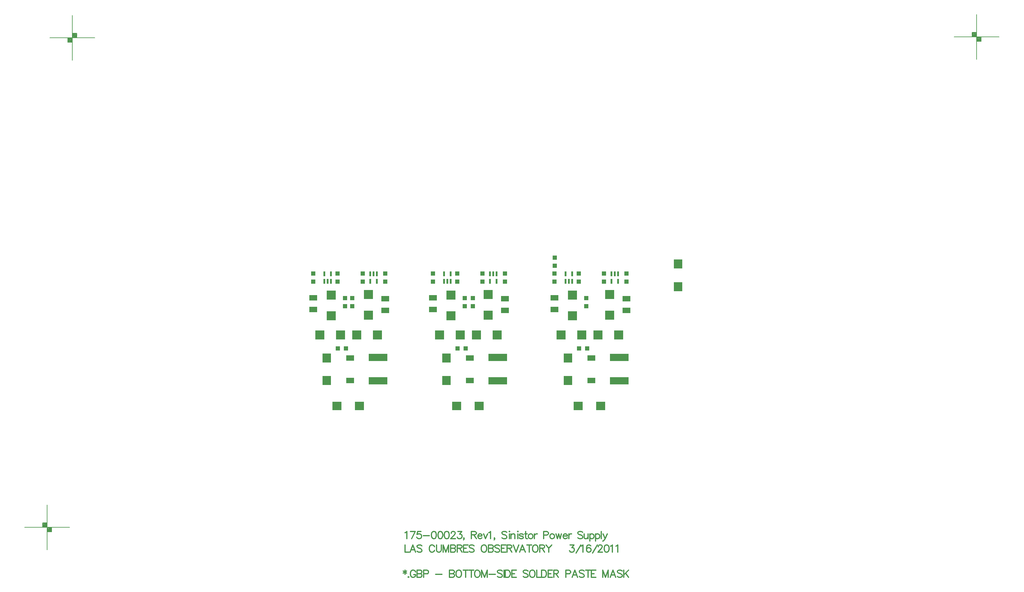
<source format=gbp>
%FSLAX23Y23*%
%MOIN*%
G70*
G01*
G75*
G04 Layer_Color=128*
%ADD10R,0.051X0.059*%
%ADD11R,0.102X0.094*%
%ADD12R,0.070X0.135*%
%ADD13R,0.050X0.050*%
%ADD14R,0.079X0.209*%
%ADD15R,0.050X0.050*%
%ADD16R,0.022X0.057*%
%ADD17R,0.022X0.057*%
%ADD18R,0.059X0.051*%
%ADD19R,0.200X0.040*%
%ADD20R,0.200X0.150*%
%ADD21R,0.057X0.022*%
%ADD22R,0.057X0.022*%
%ADD23R,0.036X0.036*%
%ADD24O,0.014X0.067*%
%ADD25O,0.024X0.079*%
%ADD26R,0.059X0.039*%
%ADD27R,0.057X0.012*%
%ADD28R,0.025X0.185*%
%ADD29R,0.025X0.100*%
%ADD30C,0.010*%
%ADD31C,0.050*%
%ADD32C,0.007*%
%ADD33C,0.100*%
%ADD34C,0.012*%
%ADD35C,0.008*%
%ADD36C,0.012*%
%ADD37C,0.012*%
%ADD38C,0.115*%
%ADD39C,0.080*%
%ADD40R,0.120X0.120*%
%ADD41C,0.120*%
%ADD42R,0.059X0.059*%
%ADD43C,0.059*%
%ADD44C,0.050*%
%ADD45R,0.063X0.063*%
%ADD46C,0.063*%
%ADD47C,0.098*%
%ADD48C,0.065*%
%ADD49C,0.220*%
%ADD50C,0.039*%
%ADD51C,0.024*%
%ADD52C,0.030*%
%ADD53C,0.040*%
%ADD54C,0.093*%
G04:AMPARAMS|DCode=55|XSize=98mil|YSize=98mil|CornerRadius=0mil|HoleSize=0mil|Usage=FLASHONLY|Rotation=0.000|XOffset=0mil|YOffset=0mil|HoleType=Round|Shape=Relief|Width=10mil|Gap=10mil|Entries=4|*
%AMTHD55*
7,0,0,0.098,0.078,0.010,45*
%
%ADD55THD55*%
%ADD56C,0.098*%
%ADD57C,0.055*%
G04:AMPARAMS|DCode=58|XSize=95.433mil|YSize=95.433mil|CornerRadius=0mil|HoleSize=0mil|Usage=FLASHONLY|Rotation=0.000|XOffset=0mil|YOffset=0mil|HoleType=Round|Shape=Relief|Width=10mil|Gap=10mil|Entries=4|*
%AMTHD58*
7,0,0,0.095,0.075,0.010,45*
%
%ADD58THD58*%
%ADD59C,0.130*%
%ADD60C,0.059*%
%ADD61C,0.079*%
%ADD62C,0.072*%
%ADD63C,0.060*%
%ADD64C,0.170*%
%ADD65C,0.048*%
G04:AMPARAMS|DCode=66|XSize=87.559mil|YSize=87.559mil|CornerRadius=0mil|HoleSize=0mil|Usage=FLASHONLY|Rotation=0.000|XOffset=0mil|YOffset=0mil|HoleType=Round|Shape=Relief|Width=10mil|Gap=10mil|Entries=4|*
%AMTHD66*
7,0,0,0.088,0.068,0.010,45*
%
%ADD66THD66*%
%ADD67C,0.186*%
%ADD68C,0.060*%
%ADD69C,0.048*%
G04:AMPARAMS|DCode=70|XSize=70mil|YSize=70mil|CornerRadius=0mil|HoleSize=0mil|Usage=FLASHONLY|Rotation=0.000|XOffset=0mil|YOffset=0mil|HoleType=Round|Shape=Relief|Width=10mil|Gap=10mil|Entries=4|*
%AMTHD70*
7,0,0,0.070,0.050,0.010,45*
%
%ADD70THD70*%
G04:AMPARAMS|DCode=71|XSize=88mil|YSize=88mil|CornerRadius=0mil|HoleSize=0mil|Usage=FLASHONLY|Rotation=0.000|XOffset=0mil|YOffset=0mil|HoleType=Round|Shape=Relief|Width=10mil|Gap=10mil|Entries=4|*
%AMTHD71*
7,0,0,0.088,0.068,0.010,45*
%
%ADD71THD71*%
G04:AMPARAMS|DCode=72|XSize=75mil|YSize=75mil|CornerRadius=0mil|HoleSize=0mil|Usage=FLASHONLY|Rotation=0.000|XOffset=0mil|YOffset=0mil|HoleType=Round|Shape=Relief|Width=10mil|Gap=10mil|Entries=4|*
%AMTHD72*
7,0,0,0.075,0.055,0.010,45*
%
%ADD72THD72*%
%ADD73C,0.035*%
%ADD74C,0.005*%
%ADD75C,0.058*%
G04:AMPARAMS|DCode=76|XSize=138mil|YSize=138mil|CornerRadius=0mil|HoleSize=0mil|Usage=FLASHONLY|Rotation=0.000|XOffset=0mil|YOffset=0mil|HoleType=Round|Shape=Relief|Width=10mil|Gap=10mil|Entries=4|*
%AMTHD76*
7,0,0,0.138,0.118,0.010,45*
%
%ADD76THD76*%
G04:AMPARAMS|DCode=77|XSize=119.055mil|YSize=119.055mil|CornerRadius=0mil|HoleSize=0mil|Usage=FLASHONLY|Rotation=0.000|XOffset=0mil|YOffset=0mil|HoleType=Round|Shape=Relief|Width=10mil|Gap=10mil|Entries=4|*
%AMTHD77*
7,0,0,0.119,0.099,0.010,45*
%
%ADD77THD77*%
G04:AMPARAMS|DCode=78|XSize=112mil|YSize=112mil|CornerRadius=0mil|HoleSize=0mil|Usage=FLASHONLY|Rotation=0.000|XOffset=0mil|YOffset=0mil|HoleType=Round|Shape=Relief|Width=10mil|Gap=10mil|Entries=4|*
%AMTHD78*
7,0,0,0.112,0.092,0.010,45*
%
%ADD78THD78*%
G04:AMPARAMS|DCode=79|XSize=100mil|YSize=100mil|CornerRadius=0mil|HoleSize=0mil|Usage=FLASHONLY|Rotation=0.000|XOffset=0mil|YOffset=0mil|HoleType=Round|Shape=Relief|Width=10mil|Gap=10mil|Entries=4|*
%AMTHD79*
7,0,0,0.100,0.080,0.010,45*
%
%ADD79THD79*%
%ADD80R,0.094X0.102*%
%ADD81R,0.087X0.059*%
%ADD82R,0.209X0.079*%
%ADD83R,0.100X0.100*%
%ADD84R,0.086X0.060*%
%ADD85R,0.100X0.100*%
%ADD86C,0.010*%
%ADD87C,0.020*%
%ADD88C,0.004*%
%ADD89C,0.010*%
%ADD90C,0.024*%
%ADD91C,0.020*%
%ADD92C,0.008*%
%ADD93C,0.006*%
%ADD94C,0.007*%
%ADD95C,0.015*%
%ADD96R,0.286X0.155*%
%ADD97R,0.082X0.020*%
%ADD98R,0.055X0.063*%
%ADD99R,0.106X0.098*%
%ADD100R,0.074X0.139*%
%ADD101R,0.054X0.054*%
%ADD102R,0.083X0.213*%
%ADD103R,0.054X0.054*%
%ADD104R,0.026X0.061*%
%ADD105R,0.026X0.061*%
%ADD106R,0.063X0.055*%
%ADD107R,0.204X0.044*%
%ADD108R,0.204X0.154*%
%ADD109R,0.061X0.026*%
%ADD110R,0.061X0.026*%
%ADD111R,0.040X0.040*%
%ADD112O,0.018X0.071*%
%ADD113O,0.028X0.083*%
%ADD114R,0.063X0.043*%
%ADD115R,0.061X0.016*%
%ADD116R,0.029X0.189*%
%ADD117R,0.029X0.104*%
%ADD118C,0.119*%
%ADD119C,0.084*%
%ADD120R,0.124X0.124*%
%ADD121C,0.124*%
%ADD122R,0.063X0.063*%
%ADD123C,0.063*%
%ADD124C,0.054*%
%ADD125R,0.067X0.067*%
%ADD126C,0.067*%
%ADD127C,0.102*%
%ADD128C,0.069*%
%ADD129C,0.224*%
%ADD130C,0.043*%
%ADD131C,0.028*%
%ADD132C,0.034*%
%ADD133R,2.294X0.413*%
%ADD134R,0.098X0.106*%
%ADD135R,0.091X0.063*%
%ADD136R,0.213X0.083*%
%ADD137R,0.104X0.104*%
%ADD138R,0.090X0.064*%
%ADD139R,0.104X0.104*%
D11*
X19200Y16325D02*
D03*
X19452D02*
D03*
X20530D02*
D03*
X20782D02*
D03*
X21880D02*
D03*
X22132D02*
D03*
D13*
X19211Y16965D02*
D03*
X19301D02*
D03*
X20541D02*
D03*
X20631D02*
D03*
X21891D02*
D03*
X21981D02*
D03*
D15*
X19291Y17435D02*
D03*
Y17525D02*
D03*
X19736Y17800D02*
D03*
Y17710D02*
D03*
X18936D02*
D03*
Y17800D02*
D03*
X19206Y17710D02*
D03*
Y17800D02*
D03*
X19486D02*
D03*
Y17710D02*
D03*
X19371Y17525D02*
D03*
Y17435D02*
D03*
X20266Y17710D02*
D03*
Y17800D02*
D03*
X21066D02*
D03*
Y17710D02*
D03*
X20536D02*
D03*
Y17800D02*
D03*
X20621Y17435D02*
D03*
Y17525D02*
D03*
X20816Y17800D02*
D03*
Y17710D02*
D03*
X21616D02*
D03*
Y17800D02*
D03*
X22416D02*
D03*
Y17710D02*
D03*
X21886D02*
D03*
Y17800D02*
D03*
X21971Y17435D02*
D03*
Y17525D02*
D03*
X22166Y17800D02*
D03*
Y17710D02*
D03*
X20711Y17525D02*
D03*
Y17435D02*
D03*
X21621Y17975D02*
D03*
Y17885D02*
D03*
D16*
X19134Y17713D02*
D03*
X19569Y17797D02*
D03*
X20464Y17713D02*
D03*
X20899Y17797D02*
D03*
X21814Y17713D02*
D03*
X22249Y17797D02*
D03*
D17*
X19096Y17713D02*
D03*
X19059D02*
D03*
Y17797D02*
D03*
X19134D02*
D03*
X19606D02*
D03*
X19644D02*
D03*
Y17713D02*
D03*
X19569D02*
D03*
X20426D02*
D03*
X20389D02*
D03*
Y17797D02*
D03*
X20464D02*
D03*
X20936D02*
D03*
X20974D02*
D03*
Y17713D02*
D03*
X20899D02*
D03*
X21776D02*
D03*
X21739D02*
D03*
Y17797D02*
D03*
X21814D02*
D03*
X22286D02*
D03*
X22324D02*
D03*
Y17713D02*
D03*
X22249D02*
D03*
D35*
X15952Y15000D02*
X15962D01*
X15952Y14995D02*
Y15005D01*
Y14995D02*
X15962D01*
Y15005D01*
X15952D02*
X15962D01*
X15947Y14990D02*
Y15005D01*
Y14990D02*
X15967D01*
Y15010D01*
X15947D02*
X15967D01*
X15942Y14985D02*
Y15010D01*
Y14985D02*
X15972D01*
Y15015D01*
X15942D02*
X15972D01*
X15937Y14980D02*
Y15020D01*
Y14980D02*
X15977D01*
Y15020D01*
X15937D02*
X15977D01*
X16002Y14950D02*
X16012D01*
X16002Y14945D02*
Y14955D01*
Y14945D02*
X16012D01*
Y14955D01*
X16002D02*
X16012D01*
X15997Y14940D02*
Y14955D01*
Y14940D02*
X16017D01*
Y14960D01*
X15997D02*
X16017D01*
X15992Y14935D02*
Y14960D01*
Y14935D02*
X16022D01*
Y14965D01*
X15992D02*
X16022D01*
X15987Y14930D02*
Y14970D01*
Y14930D02*
X16027D01*
Y14970D01*
X15987D02*
X16027D01*
X15982Y14925D02*
X16032D01*
Y14975D01*
X15932Y15025D02*
X15982D01*
X15932Y14975D02*
Y15025D01*
X15982Y14725D02*
Y15225D01*
X15732Y14975D02*
X16232D01*
X16237Y20394D02*
Y20404D01*
X16232Y20394D02*
X16242D01*
Y20404D01*
X16232D02*
X16242D01*
X16232Y20394D02*
Y20404D01*
Y20389D02*
X16247D01*
Y20409D01*
X16227D02*
X16247D01*
X16227Y20389D02*
Y20409D01*
Y20384D02*
X16252D01*
Y20414D01*
X16222D02*
X16252D01*
X16222Y20384D02*
Y20414D01*
X16217Y20379D02*
X16257D01*
Y20419D01*
X16217D02*
X16257D01*
X16217Y20379D02*
Y20419D01*
X16287Y20444D02*
Y20454D01*
X16282Y20444D02*
X16292D01*
Y20454D01*
X16282D02*
X16292D01*
X16282Y20444D02*
Y20454D01*
Y20439D02*
X16297D01*
Y20459D01*
X16277D02*
X16297D01*
X16277Y20439D02*
Y20459D01*
Y20434D02*
X16302D01*
Y20464D01*
X16272D02*
X16302D01*
X16272Y20434D02*
Y20464D01*
X16267Y20429D02*
X16307D01*
Y20469D01*
X16267D02*
X16307D01*
X16267Y20429D02*
Y20469D01*
X16312Y20424D02*
Y20474D01*
X16262D02*
X16312D01*
X16212Y20374D02*
Y20424D01*
Y20374D02*
X16262D01*
X16012Y20424D02*
X16512D01*
X16262Y20174D02*
Y20674D01*
X26278Y20459D02*
X26288D01*
X26278Y20454D02*
Y20464D01*
Y20454D02*
X26288D01*
Y20464D01*
X26278D02*
X26288D01*
X26273Y20449D02*
Y20464D01*
Y20449D02*
X26293D01*
Y20469D01*
X26273D02*
X26293D01*
X26268Y20444D02*
Y20469D01*
Y20444D02*
X26298D01*
Y20474D01*
X26268D02*
X26298D01*
X26263Y20439D02*
Y20479D01*
Y20439D02*
X26303D01*
Y20479D01*
X26263D02*
X26303D01*
X26328Y20409D02*
X26338D01*
X26328Y20404D02*
Y20414D01*
Y20404D02*
X26338D01*
Y20414D01*
X26328D02*
X26338D01*
X26323Y20399D02*
Y20414D01*
Y20399D02*
X26343D01*
Y20419D01*
X26323D02*
X26343D01*
X26318Y20394D02*
Y20419D01*
Y20394D02*
X26348D01*
Y20424D01*
X26318D02*
X26348D01*
X26313Y20389D02*
Y20429D01*
Y20389D02*
X26353D01*
Y20429D01*
X26313D02*
X26353D01*
X26308Y20384D02*
X26358D01*
Y20434D01*
X26258Y20484D02*
X26308D01*
X26258Y20434D02*
Y20484D01*
X26308Y20184D02*
Y20684D01*
X26058Y20434D02*
X26558D01*
D36*
X19956Y14499D02*
Y14454D01*
X19937Y14488D02*
X19975Y14465D01*
Y14488D02*
X19937Y14465D01*
X19995Y14427D02*
X19991Y14423D01*
X19995Y14419D01*
X19999Y14423D01*
X19995Y14427D01*
X20074Y14480D02*
X20070Y14488D01*
X20062Y14496D01*
X20055Y14499D01*
X20039D01*
X20032Y14496D01*
X20024Y14488D01*
X20020Y14480D01*
X20017Y14469D01*
Y14450D01*
X20020Y14439D01*
X20024Y14431D01*
X20032Y14423D01*
X20039Y14419D01*
X20055D01*
X20062Y14423D01*
X20070Y14431D01*
X20074Y14439D01*
Y14450D01*
X20055D02*
X20074D01*
X20092Y14499D02*
Y14419D01*
Y14499D02*
X20126D01*
X20138Y14496D01*
X20142Y14492D01*
X20145Y14484D01*
Y14477D01*
X20142Y14469D01*
X20138Y14465D01*
X20126Y14461D01*
X20092D02*
X20126D01*
X20138Y14458D01*
X20142Y14454D01*
X20145Y14446D01*
Y14435D01*
X20142Y14427D01*
X20138Y14423D01*
X20126Y14419D01*
X20092D01*
X20163Y14458D02*
X20198D01*
X20209Y14461D01*
X20213Y14465D01*
X20217Y14473D01*
Y14484D01*
X20213Y14492D01*
X20209Y14496D01*
X20198Y14499D01*
X20163D01*
Y14419D01*
X20297Y14454D02*
X20366D01*
X20452Y14499D02*
Y14419D01*
Y14499D02*
X20487D01*
X20498Y14496D01*
X20502Y14492D01*
X20506Y14484D01*
Y14477D01*
X20502Y14469D01*
X20498Y14465D01*
X20487Y14461D01*
X20452D02*
X20487D01*
X20498Y14458D01*
X20502Y14454D01*
X20506Y14446D01*
Y14435D01*
X20502Y14427D01*
X20498Y14423D01*
X20487Y14419D01*
X20452D01*
X20546Y14499D02*
X20539Y14496D01*
X20531Y14488D01*
X20527Y14480D01*
X20524Y14469D01*
Y14450D01*
X20527Y14439D01*
X20531Y14431D01*
X20539Y14423D01*
X20546Y14419D01*
X20562D01*
X20569Y14423D01*
X20577Y14431D01*
X20581Y14439D01*
X20584Y14450D01*
Y14469D01*
X20581Y14480D01*
X20577Y14488D01*
X20569Y14496D01*
X20562Y14499D01*
X20546D01*
X20630D02*
Y14419D01*
X20603Y14499D02*
X20656D01*
X20693D02*
Y14419D01*
X20666Y14499D02*
X20719D01*
X20752D02*
X20744Y14496D01*
X20736Y14488D01*
X20733Y14480D01*
X20729Y14469D01*
Y14450D01*
X20733Y14439D01*
X20736Y14431D01*
X20744Y14423D01*
X20752Y14419D01*
X20767D01*
X20775Y14423D01*
X20782Y14431D01*
X20786Y14439D01*
X20790Y14450D01*
Y14469D01*
X20786Y14480D01*
X20782Y14488D01*
X20775Y14496D01*
X20767Y14499D01*
X20752D01*
X20808D02*
Y14419D01*
Y14499D02*
X20839Y14419D01*
X20869Y14499D02*
X20839Y14419D01*
X20869Y14499D02*
Y14419D01*
X20892Y14454D02*
X20961D01*
X21038Y14488D02*
X21030Y14496D01*
X21019Y14499D01*
X21003D01*
X20992Y14496D01*
X20984Y14488D01*
Y14480D01*
X20988Y14473D01*
X20992Y14469D01*
X21000Y14465D01*
X21022Y14458D01*
X21030Y14454D01*
X21034Y14450D01*
X21038Y14442D01*
Y14431D01*
X21030Y14423D01*
X21019Y14419D01*
X21003D01*
X20992Y14423D01*
X20984Y14431D01*
X21056Y14499D02*
Y14419D01*
X21072Y14499D02*
Y14419D01*
Y14499D02*
X21099D01*
X21110Y14496D01*
X21118Y14488D01*
X21122Y14480D01*
X21126Y14469D01*
Y14450D01*
X21122Y14439D01*
X21118Y14431D01*
X21110Y14423D01*
X21099Y14419D01*
X21072D01*
X21193Y14499D02*
X21144D01*
Y14419D01*
X21193D01*
X21144Y14461D02*
X21174D01*
X21323Y14488D02*
X21315Y14496D01*
X21304Y14499D01*
X21288D01*
X21277Y14496D01*
X21269Y14488D01*
Y14480D01*
X21273Y14473D01*
X21277Y14469D01*
X21285Y14465D01*
X21307Y14458D01*
X21315Y14454D01*
X21319Y14450D01*
X21323Y14442D01*
Y14431D01*
X21315Y14423D01*
X21304Y14419D01*
X21288D01*
X21277Y14423D01*
X21269Y14431D01*
X21363Y14499D02*
X21356Y14496D01*
X21348Y14488D01*
X21344Y14480D01*
X21341Y14469D01*
Y14450D01*
X21344Y14439D01*
X21348Y14431D01*
X21356Y14423D01*
X21363Y14419D01*
X21379D01*
X21386Y14423D01*
X21394Y14431D01*
X21398Y14439D01*
X21401Y14450D01*
Y14469D01*
X21398Y14480D01*
X21394Y14488D01*
X21386Y14496D01*
X21379Y14499D01*
X21363D01*
X21420D02*
Y14419D01*
X21466D01*
X21475Y14499D02*
Y14419D01*
Y14499D02*
X21501D01*
X21513Y14496D01*
X21520Y14488D01*
X21524Y14480D01*
X21528Y14469D01*
Y14450D01*
X21524Y14439D01*
X21520Y14431D01*
X21513Y14423D01*
X21501Y14419D01*
X21475D01*
X21595Y14499D02*
X21546D01*
Y14419D01*
X21595D01*
X21546Y14461D02*
X21576D01*
X21609Y14499D02*
Y14419D01*
Y14499D02*
X21643D01*
X21654Y14496D01*
X21658Y14492D01*
X21662Y14484D01*
Y14477D01*
X21658Y14469D01*
X21654Y14465D01*
X21643Y14461D01*
X21609D01*
X21635D02*
X21662Y14419D01*
X21743Y14458D02*
X21777D01*
X21788Y14461D01*
X21792Y14465D01*
X21796Y14473D01*
Y14484D01*
X21792Y14492D01*
X21788Y14496D01*
X21777Y14499D01*
X21743D01*
Y14419D01*
X21875D02*
X21844Y14499D01*
X21814Y14419D01*
X21825Y14446D02*
X21863D01*
X21947Y14488D02*
X21939Y14496D01*
X21928Y14499D01*
X21913D01*
X21901Y14496D01*
X21894Y14488D01*
Y14480D01*
X21897Y14473D01*
X21901Y14469D01*
X21909Y14465D01*
X21932Y14458D01*
X21939Y14454D01*
X21943Y14450D01*
X21947Y14442D01*
Y14431D01*
X21939Y14423D01*
X21928Y14419D01*
X21913D01*
X21901Y14423D01*
X21894Y14431D01*
X21991Y14499D02*
Y14419D01*
X21965Y14499D02*
X22018D01*
X22077D02*
X22028D01*
Y14419D01*
X22077D01*
X22028Y14461D02*
X22058D01*
X22153Y14499D02*
Y14419D01*
Y14499D02*
X22184Y14419D01*
X22214Y14499D02*
X22184Y14419D01*
X22214Y14499D02*
Y14419D01*
X22298D02*
X22268Y14499D01*
X22237Y14419D01*
X22249Y14446D02*
X22287D01*
X22370Y14488D02*
X22362Y14496D01*
X22351Y14499D01*
X22336D01*
X22324Y14496D01*
X22317Y14488D01*
Y14480D01*
X22321Y14473D01*
X22324Y14469D01*
X22332Y14465D01*
X22355Y14458D01*
X22362Y14454D01*
X22366Y14450D01*
X22370Y14442D01*
Y14431D01*
X22362Y14423D01*
X22351Y14419D01*
X22336D01*
X22324Y14423D01*
X22317Y14431D01*
X22388Y14499D02*
Y14419D01*
X22441Y14499D02*
X22388Y14446D01*
X22407Y14465D02*
X22441Y14419D01*
X19958Y14915D02*
X19966Y14919D01*
X19977Y14930D01*
Y14850D01*
X20070Y14930D02*
X20032Y14850D01*
X20017Y14930D02*
X20070D01*
X20134D02*
X20096D01*
X20092Y14896D01*
X20096Y14900D01*
X20107Y14903D01*
X20118D01*
X20130Y14900D01*
X20137Y14892D01*
X20141Y14881D01*
Y14873D01*
X20137Y14861D01*
X20130Y14854D01*
X20118Y14850D01*
X20107D01*
X20096Y14854D01*
X20092Y14858D01*
X20088Y14865D01*
X20159Y14884D02*
X20228D01*
X20274Y14930D02*
X20263Y14926D01*
X20255Y14915D01*
X20251Y14896D01*
Y14884D01*
X20255Y14865D01*
X20263Y14854D01*
X20274Y14850D01*
X20282D01*
X20293Y14854D01*
X20301Y14865D01*
X20305Y14884D01*
Y14896D01*
X20301Y14915D01*
X20293Y14926D01*
X20282Y14930D01*
X20274D01*
X20345D02*
X20334Y14926D01*
X20326Y14915D01*
X20323Y14896D01*
Y14884D01*
X20326Y14865D01*
X20334Y14854D01*
X20345Y14850D01*
X20353D01*
X20364Y14854D01*
X20372Y14865D01*
X20376Y14884D01*
Y14896D01*
X20372Y14915D01*
X20364Y14926D01*
X20353Y14930D01*
X20345D01*
X20417D02*
X20405Y14926D01*
X20398Y14915D01*
X20394Y14896D01*
Y14884D01*
X20398Y14865D01*
X20405Y14854D01*
X20417Y14850D01*
X20424D01*
X20436Y14854D01*
X20443Y14865D01*
X20447Y14884D01*
Y14896D01*
X20443Y14915D01*
X20436Y14926D01*
X20424Y14930D01*
X20417D01*
X20469Y14911D02*
Y14915D01*
X20473Y14922D01*
X20476Y14926D01*
X20484Y14930D01*
X20499D01*
X20507Y14926D01*
X20511Y14922D01*
X20515Y14915D01*
Y14907D01*
X20511Y14900D01*
X20503Y14888D01*
X20465Y14850D01*
X20518D01*
X20544Y14930D02*
X20586D01*
X20563Y14900D01*
X20574D01*
X20582Y14896D01*
X20586Y14892D01*
X20590Y14881D01*
Y14873D01*
X20586Y14861D01*
X20578Y14854D01*
X20567Y14850D01*
X20555D01*
X20544Y14854D01*
X20540Y14858D01*
X20536Y14865D01*
X20615Y14854D02*
X20611Y14850D01*
X20607Y14854D01*
X20611Y14858D01*
X20615Y14854D01*
Y14846D01*
X20611Y14839D01*
X20607Y14835D01*
X20695Y14930D02*
Y14850D01*
Y14930D02*
X20730D01*
X20741Y14926D01*
X20745Y14922D01*
X20749Y14915D01*
Y14907D01*
X20745Y14900D01*
X20741Y14896D01*
X20730Y14892D01*
X20695D01*
X20722D02*
X20749Y14850D01*
X20767Y14881D02*
X20812D01*
Y14888D01*
X20809Y14896D01*
X20805Y14900D01*
X20797Y14903D01*
X20786D01*
X20778Y14900D01*
X20770Y14892D01*
X20767Y14881D01*
Y14873D01*
X20770Y14861D01*
X20778Y14854D01*
X20786Y14850D01*
X20797D01*
X20805Y14854D01*
X20812Y14861D01*
X20829Y14903D02*
X20852Y14850D01*
X20875Y14903D02*
X20852Y14850D01*
X20888Y14915D02*
X20896Y14919D01*
X20907Y14930D01*
Y14850D01*
X20954Y14854D02*
X20951Y14850D01*
X20947Y14854D01*
X20951Y14858D01*
X20954Y14854D01*
Y14846D01*
X20951Y14839D01*
X20947Y14835D01*
X21088Y14919D02*
X21080Y14926D01*
X21069Y14930D01*
X21054D01*
X21042Y14926D01*
X21035Y14919D01*
Y14911D01*
X21039Y14903D01*
X21042Y14900D01*
X21050Y14896D01*
X21073Y14888D01*
X21080Y14884D01*
X21084Y14881D01*
X21088Y14873D01*
Y14861D01*
X21080Y14854D01*
X21069Y14850D01*
X21054D01*
X21042Y14854D01*
X21035Y14861D01*
X21114Y14930D02*
X21117Y14926D01*
X21121Y14930D01*
X21117Y14934D01*
X21114Y14930D01*
X21117Y14903D02*
Y14850D01*
X21135Y14903D02*
Y14850D01*
Y14888D02*
X21147Y14900D01*
X21154Y14903D01*
X21166D01*
X21173Y14900D01*
X21177Y14888D01*
Y14850D01*
X21206Y14930D02*
X21210Y14926D01*
X21213Y14930D01*
X21210Y14934D01*
X21206Y14930D01*
X21210Y14903D02*
Y14850D01*
X21269Y14892D02*
X21266Y14900D01*
X21254Y14903D01*
X21243D01*
X21231Y14900D01*
X21227Y14892D01*
X21231Y14884D01*
X21239Y14881D01*
X21258Y14877D01*
X21266Y14873D01*
X21269Y14865D01*
Y14861D01*
X21266Y14854D01*
X21254Y14850D01*
X21243D01*
X21231Y14854D01*
X21227Y14861D01*
X21298Y14930D02*
Y14865D01*
X21301Y14854D01*
X21309Y14850D01*
X21317D01*
X21286Y14903D02*
X21313D01*
X21347D02*
X21339Y14900D01*
X21332Y14892D01*
X21328Y14881D01*
Y14873D01*
X21332Y14861D01*
X21339Y14854D01*
X21347Y14850D01*
X21359D01*
X21366Y14854D01*
X21374Y14861D01*
X21378Y14873D01*
Y14881D01*
X21374Y14892D01*
X21366Y14900D01*
X21359Y14903D01*
X21347D01*
X21395D02*
Y14850D01*
Y14881D02*
X21399Y14892D01*
X21407Y14900D01*
X21414Y14903D01*
X21426D01*
X21496Y14888D02*
X21530D01*
X21541Y14892D01*
X21545Y14896D01*
X21549Y14903D01*
Y14915D01*
X21545Y14922D01*
X21541Y14926D01*
X21530Y14930D01*
X21496D01*
Y14850D01*
X21586Y14903D02*
X21578Y14900D01*
X21571Y14892D01*
X21567Y14881D01*
Y14873D01*
X21571Y14861D01*
X21578Y14854D01*
X21586Y14850D01*
X21597D01*
X21605Y14854D01*
X21613Y14861D01*
X21616Y14873D01*
Y14881D01*
X21613Y14892D01*
X21605Y14900D01*
X21597Y14903D01*
X21586D01*
X21634D02*
X21649Y14850D01*
X21664Y14903D02*
X21649Y14850D01*
X21664Y14903D02*
X21680Y14850D01*
X21695Y14903D02*
X21680Y14850D01*
X21713Y14881D02*
X21759D01*
Y14888D01*
X21755Y14896D01*
X21752Y14900D01*
X21744Y14903D01*
X21733D01*
X21725Y14900D01*
X21717Y14892D01*
X21713Y14881D01*
Y14873D01*
X21717Y14861D01*
X21725Y14854D01*
X21733Y14850D01*
X21744D01*
X21752Y14854D01*
X21759Y14861D01*
X21776Y14903D02*
Y14850D01*
Y14881D02*
X21780Y14892D01*
X21788Y14900D01*
X21795Y14903D01*
X21807D01*
X21930Y14919D02*
X21923Y14926D01*
X21911Y14930D01*
X21896D01*
X21885Y14926D01*
X21877Y14919D01*
Y14911D01*
X21881Y14903D01*
X21885Y14900D01*
X21892Y14896D01*
X21915Y14888D01*
X21923Y14884D01*
X21926Y14881D01*
X21930Y14873D01*
Y14861D01*
X21923Y14854D01*
X21911Y14850D01*
X21896D01*
X21885Y14854D01*
X21877Y14861D01*
X21948Y14903D02*
Y14865D01*
X21952Y14854D01*
X21960Y14850D01*
X21971D01*
X21979Y14854D01*
X21990Y14865D01*
Y14903D02*
Y14850D01*
X22011Y14903D02*
Y14823D01*
Y14892D02*
X22019Y14900D01*
X22026Y14903D01*
X22038D01*
X22045Y14900D01*
X22053Y14892D01*
X22057Y14881D01*
Y14873D01*
X22053Y14861D01*
X22045Y14854D01*
X22038Y14850D01*
X22026D01*
X22019Y14854D01*
X22011Y14861D01*
X22074Y14903D02*
Y14823D01*
Y14892D02*
X22081Y14900D01*
X22089Y14903D01*
X22100D01*
X22108Y14900D01*
X22116Y14892D01*
X22119Y14881D01*
Y14873D01*
X22116Y14861D01*
X22108Y14854D01*
X22100Y14850D01*
X22089D01*
X22081Y14854D01*
X22074Y14861D01*
X22137Y14930D02*
Y14850D01*
X22157Y14903D02*
X22180Y14850D01*
X22203Y14903D02*
X22180Y14850D01*
X22172Y14835D01*
X22165Y14827D01*
X22157Y14823D01*
X22153D01*
D37*
X19958Y14780D02*
Y14700D01*
X20004D01*
X20073D02*
X20043Y14780D01*
X20013Y14700D01*
X20024Y14727D02*
X20062D01*
X20145Y14769D02*
X20138Y14776D01*
X20126Y14780D01*
X20111D01*
X20100Y14776D01*
X20092Y14769D01*
Y14761D01*
X20096Y14753D01*
X20100Y14750D01*
X20107Y14746D01*
X20130Y14738D01*
X20138Y14734D01*
X20142Y14731D01*
X20145Y14723D01*
Y14711D01*
X20138Y14704D01*
X20126Y14700D01*
X20111D01*
X20100Y14704D01*
X20092Y14711D01*
X20283Y14761D02*
X20280Y14769D01*
X20272Y14776D01*
X20264Y14780D01*
X20249D01*
X20241Y14776D01*
X20234Y14769D01*
X20230Y14761D01*
X20226Y14750D01*
Y14731D01*
X20230Y14719D01*
X20234Y14711D01*
X20241Y14704D01*
X20249Y14700D01*
X20264D01*
X20272Y14704D01*
X20280Y14711D01*
X20283Y14719D01*
X20306Y14780D02*
Y14723D01*
X20310Y14711D01*
X20317Y14704D01*
X20329Y14700D01*
X20336D01*
X20348Y14704D01*
X20355Y14711D01*
X20359Y14723D01*
Y14780D01*
X20381D02*
Y14700D01*
Y14780D02*
X20412Y14700D01*
X20442Y14780D02*
X20412Y14700D01*
X20442Y14780D02*
Y14700D01*
X20465Y14780D02*
Y14700D01*
Y14780D02*
X20499D01*
X20511Y14776D01*
X20515Y14772D01*
X20518Y14765D01*
Y14757D01*
X20515Y14750D01*
X20511Y14746D01*
X20499Y14742D01*
X20465D02*
X20499D01*
X20511Y14738D01*
X20515Y14734D01*
X20518Y14727D01*
Y14715D01*
X20515Y14708D01*
X20511Y14704D01*
X20499Y14700D01*
X20465D01*
X20536Y14780D02*
Y14700D01*
Y14780D02*
X20570D01*
X20582Y14776D01*
X20586Y14772D01*
X20590Y14765D01*
Y14757D01*
X20586Y14750D01*
X20582Y14746D01*
X20570Y14742D01*
X20536D01*
X20563D02*
X20590Y14700D01*
X20657Y14780D02*
X20607D01*
Y14700D01*
X20657D01*
X20607Y14742D02*
X20638D01*
X20724Y14769D02*
X20716Y14776D01*
X20705Y14780D01*
X20689D01*
X20678Y14776D01*
X20670Y14769D01*
Y14761D01*
X20674Y14753D01*
X20678Y14750D01*
X20686Y14746D01*
X20708Y14738D01*
X20716Y14734D01*
X20720Y14731D01*
X20724Y14723D01*
Y14711D01*
X20716Y14704D01*
X20705Y14700D01*
X20689D01*
X20678Y14704D01*
X20670Y14711D01*
X20827Y14780D02*
X20820Y14776D01*
X20812Y14769D01*
X20808Y14761D01*
X20804Y14750D01*
Y14731D01*
X20808Y14719D01*
X20812Y14711D01*
X20820Y14704D01*
X20827Y14700D01*
X20842D01*
X20850Y14704D01*
X20858Y14711D01*
X20861Y14719D01*
X20865Y14731D01*
Y14750D01*
X20861Y14761D01*
X20858Y14769D01*
X20850Y14776D01*
X20842Y14780D01*
X20827D01*
X20884D02*
Y14700D01*
Y14780D02*
X20918D01*
X20930Y14776D01*
X20933Y14772D01*
X20937Y14765D01*
Y14757D01*
X20933Y14750D01*
X20930Y14746D01*
X20918Y14742D01*
X20884D02*
X20918D01*
X20930Y14738D01*
X20933Y14734D01*
X20937Y14727D01*
Y14715D01*
X20933Y14708D01*
X20930Y14704D01*
X20918Y14700D01*
X20884D01*
X21008Y14769D02*
X21001Y14776D01*
X20989Y14780D01*
X20974D01*
X20963Y14776D01*
X20955Y14769D01*
Y14761D01*
X20959Y14753D01*
X20963Y14750D01*
X20970Y14746D01*
X20993Y14738D01*
X21001Y14734D01*
X21005Y14731D01*
X21008Y14723D01*
Y14711D01*
X21001Y14704D01*
X20989Y14700D01*
X20974D01*
X20963Y14704D01*
X20955Y14711D01*
X21076Y14780D02*
X21026D01*
Y14700D01*
X21076D01*
X21026Y14742D02*
X21057D01*
X21089Y14780D02*
Y14700D01*
Y14780D02*
X21124D01*
X21135Y14776D01*
X21139Y14772D01*
X21143Y14765D01*
Y14757D01*
X21139Y14750D01*
X21135Y14746D01*
X21124Y14742D01*
X21089D01*
X21116D02*
X21143Y14700D01*
X21160Y14780D02*
X21191Y14700D01*
X21221Y14780D02*
X21191Y14700D01*
X21293D02*
X21262Y14780D01*
X21232Y14700D01*
X21243Y14727D02*
X21281D01*
X21338Y14780D02*
Y14700D01*
X21311Y14780D02*
X21365D01*
X21397D02*
X21389Y14776D01*
X21382Y14769D01*
X21378Y14761D01*
X21374Y14750D01*
Y14731D01*
X21378Y14719D01*
X21382Y14711D01*
X21389Y14704D01*
X21397Y14700D01*
X21412D01*
X21420Y14704D01*
X21427Y14711D01*
X21431Y14719D01*
X21435Y14731D01*
Y14750D01*
X21431Y14761D01*
X21427Y14769D01*
X21420Y14776D01*
X21412Y14780D01*
X21397D01*
X21454D02*
Y14700D01*
Y14780D02*
X21488D01*
X21499Y14776D01*
X21503Y14772D01*
X21507Y14765D01*
Y14757D01*
X21503Y14750D01*
X21499Y14746D01*
X21488Y14742D01*
X21454D01*
X21480D02*
X21507Y14700D01*
X21525Y14780D02*
X21555Y14742D01*
Y14700D01*
X21586Y14780D02*
X21555Y14742D01*
X21792Y14780D02*
X21834D01*
X21811Y14750D01*
X21823D01*
X21830Y14746D01*
X21834Y14742D01*
X21838Y14731D01*
Y14723D01*
X21834Y14711D01*
X21827Y14704D01*
X21815Y14700D01*
X21804D01*
X21792Y14704D01*
X21789Y14708D01*
X21785Y14715D01*
X21856Y14689D02*
X21909Y14780D01*
X21915Y14765D02*
X21922Y14769D01*
X21934Y14780D01*
Y14700D01*
X22019Y14769D02*
X22015Y14776D01*
X22004Y14780D01*
X21996D01*
X21985Y14776D01*
X21977Y14765D01*
X21973Y14746D01*
Y14727D01*
X21977Y14711D01*
X21985Y14704D01*
X21996Y14700D01*
X22000D01*
X22011Y14704D01*
X22019Y14711D01*
X22023Y14723D01*
Y14727D01*
X22019Y14738D01*
X22011Y14746D01*
X22000Y14750D01*
X21996D01*
X21985Y14746D01*
X21977Y14738D01*
X21973Y14727D01*
X22040Y14689D02*
X22094Y14780D01*
X22103Y14761D02*
Y14765D01*
X22107Y14772D01*
X22110Y14776D01*
X22118Y14780D01*
X22133D01*
X22141Y14776D01*
X22145Y14772D01*
X22148Y14765D01*
Y14757D01*
X22145Y14750D01*
X22137Y14738D01*
X22099Y14700D01*
X22152D01*
X22193Y14780D02*
X22182Y14776D01*
X22174Y14765D01*
X22170Y14746D01*
Y14734D01*
X22174Y14715D01*
X22182Y14704D01*
X22193Y14700D01*
X22201D01*
X22212Y14704D01*
X22220Y14715D01*
X22223Y14734D01*
Y14746D01*
X22220Y14765D01*
X22212Y14776D01*
X22201Y14780D01*
X22193D01*
X22241Y14765D02*
X22249Y14769D01*
X22260Y14780D01*
Y14700D01*
X22300Y14765D02*
X22308Y14769D01*
X22319Y14780D01*
Y14700D01*
D80*
X22991Y17906D02*
D03*
Y17654D02*
D03*
X19086Y16609D02*
D03*
Y16861D02*
D03*
X20416Y16609D02*
D03*
Y16861D02*
D03*
X21766Y16609D02*
D03*
Y16861D02*
D03*
D81*
X19346Y16861D02*
D03*
Y16609D02*
D03*
X20676Y16861D02*
D03*
Y16609D02*
D03*
X22026Y16861D02*
D03*
Y16609D02*
D03*
D82*
X19656Y16605D02*
D03*
Y16865D02*
D03*
X20986Y16605D02*
D03*
Y16865D02*
D03*
X22336Y16605D02*
D03*
Y16865D02*
D03*
D83*
X19421Y17115D02*
D03*
X19651D02*
D03*
X19011D02*
D03*
X19241D02*
D03*
X20341D02*
D03*
X20571D02*
D03*
X20751D02*
D03*
X20981D02*
D03*
X21691D02*
D03*
X21921D02*
D03*
X22101D02*
D03*
X22331D02*
D03*
D84*
X18936Y17400D02*
D03*
Y17530D02*
D03*
X19736Y17390D02*
D03*
Y17520D02*
D03*
X20266Y17400D02*
D03*
Y17530D02*
D03*
X21066Y17390D02*
D03*
Y17520D02*
D03*
X21616Y17400D02*
D03*
Y17530D02*
D03*
X22416Y17390D02*
D03*
Y17520D02*
D03*
D85*
X19136Y17560D02*
D03*
Y17330D02*
D03*
X19551Y17335D02*
D03*
Y17565D02*
D03*
X20466Y17560D02*
D03*
Y17330D02*
D03*
X20881Y17335D02*
D03*
Y17565D02*
D03*
X21816Y17560D02*
D03*
Y17330D02*
D03*
X22231Y17335D02*
D03*
Y17565D02*
D03*
M02*

</source>
